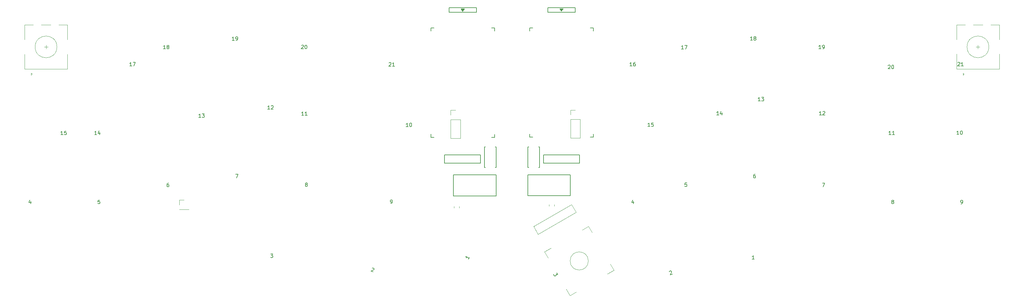
<source format=gto>
G04 #@! TF.GenerationSoftware,KiCad,Pcbnew,5.1.10*
G04 #@! TF.CreationDate,2021-05-16T00:27:37+02:00*
G04 #@! TF.ProjectId,corne-cherry,636f726e-652d-4636-9865-7272792e6b69,3.0.1*
G04 #@! TF.SameCoordinates,Original*
G04 #@! TF.FileFunction,Legend,Top*
G04 #@! TF.FilePolarity,Positive*
%FSLAX46Y46*%
G04 Gerber Fmt 4.6, Leading zero omitted, Abs format (unit mm)*
G04 Created by KiCad (PCBNEW 5.1.10) date 2021-05-16 00:27:37*
%MOMM*%
%LPD*%
G01*
G04 APERTURE LIST*
%ADD10C,0.150000*%
%ADD11C,0.120000*%
G04 APERTURE END LIST*
D10*
X271072295Y-40409219D02*
X271119914Y-40361600D01*
X271215152Y-40313980D01*
X271453247Y-40313980D01*
X271548485Y-40361600D01*
X271596104Y-40409219D01*
X271643723Y-40504457D01*
X271643723Y-40599695D01*
X271596104Y-40742552D01*
X271024676Y-41313980D01*
X271643723Y-41313980D01*
X272596104Y-41313980D02*
X272024676Y-41313980D01*
X272310390Y-41313980D02*
X272310390Y-40313980D01*
X272215152Y-40456838D01*
X272119914Y-40552076D01*
X272024676Y-40599695D01*
X251907995Y-41196619D02*
X251955614Y-41149000D01*
X252050852Y-41101380D01*
X252288947Y-41101380D01*
X252384185Y-41149000D01*
X252431804Y-41196619D01*
X252479423Y-41291857D01*
X252479423Y-41387095D01*
X252431804Y-41529952D01*
X251860376Y-42101380D01*
X252479423Y-42101380D01*
X253098471Y-41101380D02*
X253193709Y-41101380D01*
X253288947Y-41149000D01*
X253336566Y-41196619D01*
X253384185Y-41291857D01*
X253431804Y-41482333D01*
X253431804Y-41720428D01*
X253384185Y-41910904D01*
X253336566Y-42006142D01*
X253288947Y-42053761D01*
X253193709Y-42101380D01*
X253098471Y-42101380D01*
X253003233Y-42053761D01*
X252955614Y-42006142D01*
X252907995Y-41910904D01*
X252860376Y-41720428D01*
X252860376Y-41482333D01*
X252907995Y-41291857D01*
X252955614Y-41196619D01*
X253003233Y-41149000D01*
X253098471Y-41101380D01*
X233404023Y-36576880D02*
X232832595Y-36576880D01*
X233118309Y-36576880D02*
X233118309Y-35576880D01*
X233023071Y-35719738D01*
X232927833Y-35814976D01*
X232832595Y-35862595D01*
X233880214Y-36576880D02*
X234070690Y-36576880D01*
X234165928Y-36529261D01*
X234213547Y-36481642D01*
X234308785Y-36338785D01*
X234356404Y-36148309D01*
X234356404Y-35767357D01*
X234308785Y-35672119D01*
X234261166Y-35624500D01*
X234165928Y-35576880D01*
X233975452Y-35576880D01*
X233880214Y-35624500D01*
X233832595Y-35672119D01*
X233784976Y-35767357D01*
X233784976Y-36005452D01*
X233832595Y-36100690D01*
X233880214Y-36148309D01*
X233975452Y-36195928D01*
X234165928Y-36195928D01*
X234261166Y-36148309D01*
X234308785Y-36100690D01*
X234356404Y-36005452D01*
X214557223Y-34227380D02*
X213985795Y-34227380D01*
X214271509Y-34227380D02*
X214271509Y-33227380D01*
X214176271Y-33370238D01*
X214081033Y-33465476D01*
X213985795Y-33513095D01*
X215128652Y-33655952D02*
X215033414Y-33608333D01*
X214985795Y-33560714D01*
X214938176Y-33465476D01*
X214938176Y-33417857D01*
X214985795Y-33322619D01*
X215033414Y-33275000D01*
X215128652Y-33227380D01*
X215319128Y-33227380D01*
X215414366Y-33275000D01*
X215461985Y-33322619D01*
X215509604Y-33417857D01*
X215509604Y-33465476D01*
X215461985Y-33560714D01*
X215414366Y-33608333D01*
X215319128Y-33655952D01*
X215128652Y-33655952D01*
X215033414Y-33703571D01*
X214985795Y-33751190D01*
X214938176Y-33846428D01*
X214938176Y-34036904D01*
X214985795Y-34132142D01*
X215033414Y-34179761D01*
X215128652Y-34227380D01*
X215319128Y-34227380D01*
X215414366Y-34179761D01*
X215461985Y-34132142D01*
X215509604Y-34036904D01*
X215509604Y-33846428D01*
X215461985Y-33751190D01*
X215414366Y-33703571D01*
X215319128Y-33655952D01*
X195570723Y-36640380D02*
X194999295Y-36640380D01*
X195285009Y-36640380D02*
X195285009Y-35640380D01*
X195189771Y-35783238D01*
X195094533Y-35878476D01*
X194999295Y-35926095D01*
X195904057Y-35640380D02*
X196570723Y-35640380D01*
X196142152Y-36640380D01*
X181410223Y-41339380D02*
X180838795Y-41339380D01*
X181124509Y-41339380D02*
X181124509Y-40339380D01*
X181029271Y-40482238D01*
X180934033Y-40577476D01*
X180838795Y-40625095D01*
X182267366Y-40339380D02*
X182076890Y-40339380D01*
X181981652Y-40387000D01*
X181934033Y-40434619D01*
X181838795Y-40577476D01*
X181791176Y-40767952D01*
X181791176Y-41148904D01*
X181838795Y-41244142D01*
X181886414Y-41291761D01*
X181981652Y-41339380D01*
X182172128Y-41339380D01*
X182267366Y-41291761D01*
X182314985Y-41244142D01*
X182362604Y-41148904D01*
X182362604Y-40910809D01*
X182314985Y-40815571D01*
X182267366Y-40767952D01*
X182172128Y-40720333D01*
X181981652Y-40720333D01*
X181886414Y-40767952D01*
X181838795Y-40815571D01*
X181791176Y-40910809D01*
X186350523Y-58027180D02*
X185779095Y-58027180D01*
X186064809Y-58027180D02*
X186064809Y-57027180D01*
X185969571Y-57170038D01*
X185874333Y-57265276D01*
X185779095Y-57312895D01*
X187255285Y-57027180D02*
X186779095Y-57027180D01*
X186731476Y-57503371D01*
X186779095Y-57455752D01*
X186874333Y-57408133D01*
X187112428Y-57408133D01*
X187207666Y-57455752D01*
X187255285Y-57503371D01*
X187302904Y-57598609D01*
X187302904Y-57836704D01*
X187255285Y-57931942D01*
X187207666Y-57979561D01*
X187112428Y-58027180D01*
X186874333Y-58027180D01*
X186779095Y-57979561D01*
X186731476Y-57931942D01*
X205298923Y-54864880D02*
X204727495Y-54864880D01*
X205013209Y-54864880D02*
X205013209Y-53864880D01*
X204917971Y-54007738D01*
X204822733Y-54102976D01*
X204727495Y-54150595D01*
X206156066Y-54198214D02*
X206156066Y-54864880D01*
X205917971Y-53817261D02*
X205679876Y-54531547D01*
X206298923Y-54531547D01*
X216716223Y-50991380D02*
X216144795Y-50991380D01*
X216430509Y-50991380D02*
X216430509Y-49991380D01*
X216335271Y-50134238D01*
X216240033Y-50229476D01*
X216144795Y-50277095D01*
X217049557Y-49991380D02*
X217668604Y-49991380D01*
X217335271Y-50372333D01*
X217478128Y-50372333D01*
X217573366Y-50419952D01*
X217620985Y-50467571D01*
X217668604Y-50562809D01*
X217668604Y-50800904D01*
X217620985Y-50896142D01*
X217573366Y-50943761D01*
X217478128Y-50991380D01*
X217192414Y-50991380D01*
X217097176Y-50943761D01*
X217049557Y-50896142D01*
X233543723Y-54877580D02*
X232972295Y-54877580D01*
X233258009Y-54877580D02*
X233258009Y-53877580D01*
X233162771Y-54020438D01*
X233067533Y-54115676D01*
X232972295Y-54163295D01*
X233924676Y-53972819D02*
X233972295Y-53925200D01*
X234067533Y-53877580D01*
X234305628Y-53877580D01*
X234400866Y-53925200D01*
X234448485Y-53972819D01*
X234496104Y-54068057D01*
X234496104Y-54163295D01*
X234448485Y-54306152D01*
X233877057Y-54877580D01*
X234496104Y-54877580D01*
X252695323Y-60300480D02*
X252123895Y-60300480D01*
X252409609Y-60300480D02*
X252409609Y-59300480D01*
X252314371Y-59443338D01*
X252219133Y-59538576D01*
X252123895Y-59586195D01*
X253647704Y-60300480D02*
X253076276Y-60300480D01*
X253361990Y-60300480D02*
X253361990Y-59300480D01*
X253266752Y-59443338D01*
X253171514Y-59538576D01*
X253076276Y-59586195D01*
X271377023Y-60236980D02*
X270805595Y-60236980D01*
X271091309Y-60236980D02*
X271091309Y-59236980D01*
X270996071Y-59379838D01*
X270900833Y-59475076D01*
X270805595Y-59522695D01*
X271996071Y-59236980D02*
X272091309Y-59236980D01*
X272186547Y-59284600D01*
X272234166Y-59332219D01*
X272281785Y-59427457D01*
X272329404Y-59617933D01*
X272329404Y-59856028D01*
X272281785Y-60046504D01*
X272234166Y-60141742D01*
X272186547Y-60189361D01*
X272091309Y-60236980D01*
X271996071Y-60236980D01*
X271900833Y-60189361D01*
X271853214Y-60141742D01*
X271805595Y-60046504D01*
X271757976Y-59856028D01*
X271757976Y-59617933D01*
X271805595Y-59427457D01*
X271853214Y-59332219D01*
X271900833Y-59284600D01*
X271996071Y-59236980D01*
X271935823Y-79375880D02*
X272126300Y-79375880D01*
X272221538Y-79328261D01*
X272269157Y-79280642D01*
X272364395Y-79137785D01*
X272412014Y-78947309D01*
X272412014Y-78566357D01*
X272364395Y-78471119D01*
X272316776Y-78423500D01*
X272221538Y-78375880D01*
X272031061Y-78375880D01*
X271935823Y-78423500D01*
X271888204Y-78471119D01*
X271840585Y-78566357D01*
X271840585Y-78804452D01*
X271888204Y-78899690D01*
X271935823Y-78947309D01*
X272031061Y-78994928D01*
X272221538Y-78994928D01*
X272316776Y-78947309D01*
X272364395Y-78899690D01*
X272412014Y-78804452D01*
X253057261Y-78791752D02*
X252962023Y-78744133D01*
X252914404Y-78696514D01*
X252866785Y-78601276D01*
X252866785Y-78553657D01*
X252914404Y-78458419D01*
X252962023Y-78410800D01*
X253057261Y-78363180D01*
X253247738Y-78363180D01*
X253342976Y-78410800D01*
X253390595Y-78458419D01*
X253438214Y-78553657D01*
X253438214Y-78601276D01*
X253390595Y-78696514D01*
X253342976Y-78744133D01*
X253247738Y-78791752D01*
X253057261Y-78791752D01*
X252962023Y-78839371D01*
X252914404Y-78886990D01*
X252866785Y-78982228D01*
X252866785Y-79172704D01*
X252914404Y-79267942D01*
X252962023Y-79315561D01*
X253057261Y-79363180D01*
X253247738Y-79363180D01*
X253342976Y-79315561D01*
X253390595Y-79267942D01*
X253438214Y-79172704D01*
X253438214Y-78982228D01*
X253390595Y-78886990D01*
X253342976Y-78839371D01*
X253247738Y-78791752D01*
X233794566Y-73664180D02*
X234461233Y-73664180D01*
X234032661Y-74664180D01*
X215306476Y-71238480D02*
X215116000Y-71238480D01*
X215020761Y-71286100D01*
X214973142Y-71333719D01*
X214877904Y-71476576D01*
X214830285Y-71667052D01*
X214830285Y-72048004D01*
X214877904Y-72143242D01*
X214925523Y-72190861D01*
X215020761Y-72238480D01*
X215211238Y-72238480D01*
X215306476Y-72190861D01*
X215354095Y-72143242D01*
X215401714Y-72048004D01*
X215401714Y-71809909D01*
X215354095Y-71714671D01*
X215306476Y-71667052D01*
X215211238Y-71619433D01*
X215020761Y-71619433D01*
X214925523Y-71667052D01*
X214877904Y-71714671D01*
X214830285Y-71809909D01*
X196456495Y-73600680D02*
X195980304Y-73600680D01*
X195932685Y-74076871D01*
X195980304Y-74029252D01*
X196075542Y-73981633D01*
X196313638Y-73981633D01*
X196408876Y-74029252D01*
X196456495Y-74076871D01*
X196504114Y-74172109D01*
X196504114Y-74410204D01*
X196456495Y-74505442D01*
X196408876Y-74553061D01*
X196313638Y-74600680D01*
X196075542Y-74600680D01*
X195980304Y-74553061D01*
X195932685Y-74505442D01*
X181803876Y-78671114D02*
X181803876Y-79337780D01*
X181565780Y-78290161D02*
X181327685Y-79004447D01*
X181946733Y-79004447D01*
X160661185Y-98363515D02*
X160970709Y-98899626D01*
X160474128Y-98801427D01*
X160545556Y-98925145D01*
X160551936Y-99031433D01*
X160534506Y-99096482D01*
X160475837Y-99185340D01*
X160269640Y-99304388D01*
X160163352Y-99310767D01*
X160098304Y-99293338D01*
X160009445Y-99234669D01*
X159866588Y-98987233D01*
X159860208Y-98880945D01*
X159877638Y-98815896D01*
X191667692Y-98128720D02*
X191696153Y-98067687D01*
X191769361Y-97990366D01*
X191993097Y-97908933D01*
X192098878Y-97921106D01*
X192159912Y-97949567D01*
X192237233Y-98022775D01*
X192269806Y-98112269D01*
X192273919Y-98262798D01*
X191932392Y-98995205D01*
X192514107Y-98783479D01*
X215058814Y-94679380D02*
X214487385Y-94679380D01*
X214773100Y-94679380D02*
X214773100Y-93679380D01*
X214677861Y-93822238D01*
X214582623Y-93917476D01*
X214487385Y-93965095D01*
X114506695Y-40460019D02*
X114554314Y-40412400D01*
X114649552Y-40364780D01*
X114887647Y-40364780D01*
X114982885Y-40412400D01*
X115030504Y-40460019D01*
X115078123Y-40555257D01*
X115078123Y-40650495D01*
X115030504Y-40793352D01*
X114459076Y-41364780D01*
X115078123Y-41364780D01*
X116030504Y-41364780D02*
X115459076Y-41364780D01*
X115744790Y-41364780D02*
X115744790Y-40364780D01*
X115649552Y-40507638D01*
X115554314Y-40602876D01*
X115459076Y-40650495D01*
X90414795Y-35672119D02*
X90462414Y-35624500D01*
X90557652Y-35576880D01*
X90795747Y-35576880D01*
X90890985Y-35624500D01*
X90938604Y-35672119D01*
X90986223Y-35767357D01*
X90986223Y-35862595D01*
X90938604Y-36005452D01*
X90367176Y-36576880D01*
X90986223Y-36576880D01*
X91605271Y-35576880D02*
X91700509Y-35576880D01*
X91795747Y-35624500D01*
X91843366Y-35672119D01*
X91890985Y-35767357D01*
X91938604Y-35957833D01*
X91938604Y-36195928D01*
X91890985Y-36386404D01*
X91843366Y-36481642D01*
X91795747Y-36529261D01*
X91700509Y-36576880D01*
X91605271Y-36576880D01*
X91510033Y-36529261D01*
X91462414Y-36481642D01*
X91414795Y-36386404D01*
X91367176Y-36195928D01*
X91367176Y-35957833D01*
X91414795Y-35767357D01*
X91462414Y-35672119D01*
X91510033Y-35624500D01*
X91605271Y-35576880D01*
X71910823Y-34252780D02*
X71339395Y-34252780D01*
X71625109Y-34252780D02*
X71625109Y-33252780D01*
X71529871Y-33395638D01*
X71434633Y-33490876D01*
X71339395Y-33538495D01*
X72387014Y-34252780D02*
X72577490Y-34252780D01*
X72672728Y-34205161D01*
X72720347Y-34157542D01*
X72815585Y-34014685D01*
X72863204Y-33824209D01*
X72863204Y-33443257D01*
X72815585Y-33348019D01*
X72767966Y-33300400D01*
X72672728Y-33252780D01*
X72482252Y-33252780D01*
X72387014Y-33300400D01*
X72339395Y-33348019D01*
X72291776Y-33443257D01*
X72291776Y-33681352D01*
X72339395Y-33776590D01*
X72387014Y-33824209D01*
X72482252Y-33871828D01*
X72672728Y-33871828D01*
X72767966Y-33824209D01*
X72815585Y-33776590D01*
X72863204Y-33681352D01*
X53000523Y-36614980D02*
X52429095Y-36614980D01*
X52714809Y-36614980D02*
X52714809Y-35614980D01*
X52619571Y-35757838D01*
X52524333Y-35853076D01*
X52429095Y-35900695D01*
X53571952Y-36043552D02*
X53476714Y-35995933D01*
X53429095Y-35948314D01*
X53381476Y-35853076D01*
X53381476Y-35805457D01*
X53429095Y-35710219D01*
X53476714Y-35662600D01*
X53571952Y-35614980D01*
X53762428Y-35614980D01*
X53857666Y-35662600D01*
X53905285Y-35710219D01*
X53952904Y-35805457D01*
X53952904Y-35853076D01*
X53905285Y-35948314D01*
X53857666Y-35995933D01*
X53762428Y-36043552D01*
X53571952Y-36043552D01*
X53476714Y-36091171D01*
X53429095Y-36138790D01*
X53381476Y-36234028D01*
X53381476Y-36424504D01*
X53429095Y-36519742D01*
X53476714Y-36567361D01*
X53571952Y-36614980D01*
X53762428Y-36614980D01*
X53857666Y-36567361D01*
X53905285Y-36519742D01*
X53952904Y-36424504D01*
X53952904Y-36234028D01*
X53905285Y-36138790D01*
X53857666Y-36091171D01*
X53762428Y-36043552D01*
X43729523Y-41313980D02*
X43158095Y-41313980D01*
X43443809Y-41313980D02*
X43443809Y-40313980D01*
X43348571Y-40456838D01*
X43253333Y-40552076D01*
X43158095Y-40599695D01*
X44062857Y-40313980D02*
X44729523Y-40313980D01*
X44300952Y-41313980D01*
X24755723Y-60313180D02*
X24184295Y-60313180D01*
X24470009Y-60313180D02*
X24470009Y-59313180D01*
X24374771Y-59456038D01*
X24279533Y-59551276D01*
X24184295Y-59598895D01*
X25660485Y-59313180D02*
X25184295Y-59313180D01*
X25136676Y-59789371D01*
X25184295Y-59741752D01*
X25279533Y-59694133D01*
X25517628Y-59694133D01*
X25612866Y-59741752D01*
X25660485Y-59789371D01*
X25708104Y-59884609D01*
X25708104Y-60122704D01*
X25660485Y-60217942D01*
X25612866Y-60265561D01*
X25517628Y-60313180D01*
X25279533Y-60313180D01*
X25184295Y-60265561D01*
X25136676Y-60217942D01*
X34052123Y-60262380D02*
X33480695Y-60262380D01*
X33766409Y-60262380D02*
X33766409Y-59262380D01*
X33671171Y-59405238D01*
X33575933Y-59500476D01*
X33480695Y-59548095D01*
X34909266Y-59595714D02*
X34909266Y-60262380D01*
X34671171Y-59214761D02*
X34433076Y-59929047D01*
X35052123Y-59929047D01*
X62741423Y-55525280D02*
X62169995Y-55525280D01*
X62455709Y-55525280D02*
X62455709Y-54525280D01*
X62360471Y-54668138D01*
X62265233Y-54763376D01*
X62169995Y-54810995D01*
X63074757Y-54525280D02*
X63693804Y-54525280D01*
X63360471Y-54906233D01*
X63503328Y-54906233D01*
X63598566Y-54953852D01*
X63646185Y-55001471D01*
X63693804Y-55096709D01*
X63693804Y-55334804D01*
X63646185Y-55430042D01*
X63598566Y-55477661D01*
X63503328Y-55525280D01*
X63217614Y-55525280D01*
X63122376Y-55477661D01*
X63074757Y-55430042D01*
X81702523Y-53277380D02*
X81131095Y-53277380D01*
X81416809Y-53277380D02*
X81416809Y-52277380D01*
X81321571Y-52420238D01*
X81226333Y-52515476D01*
X81131095Y-52563095D01*
X82083476Y-52372619D02*
X82131095Y-52325000D01*
X82226333Y-52277380D01*
X82464428Y-52277380D01*
X82559666Y-52325000D01*
X82607285Y-52372619D01*
X82654904Y-52467857D01*
X82654904Y-52563095D01*
X82607285Y-52705952D01*
X82035857Y-53277380D01*
X82654904Y-53277380D01*
X91024323Y-54966480D02*
X90452895Y-54966480D01*
X90738609Y-54966480D02*
X90738609Y-53966480D01*
X90643371Y-54109338D01*
X90548133Y-54204576D01*
X90452895Y-54252195D01*
X91976704Y-54966480D02*
X91405276Y-54966480D01*
X91690990Y-54966480D02*
X91690990Y-53966480D01*
X91595752Y-54109338D01*
X91500514Y-54204576D01*
X91405276Y-54252195D01*
X119802523Y-58077980D02*
X119231095Y-58077980D01*
X119516809Y-58077980D02*
X119516809Y-57077980D01*
X119421571Y-57220838D01*
X119326333Y-57316076D01*
X119231095Y-57363695D01*
X120421571Y-57077980D02*
X120516809Y-57077980D01*
X120612047Y-57125600D01*
X120659666Y-57173219D01*
X120707285Y-57268457D01*
X120754904Y-57458933D01*
X120754904Y-57697028D01*
X120707285Y-57887504D01*
X120659666Y-57982742D01*
X120612047Y-58030361D01*
X120516809Y-58077980D01*
X120421571Y-58077980D01*
X120326333Y-58030361D01*
X120278714Y-57982742D01*
X120231095Y-57887504D01*
X120183476Y-57697028D01*
X120183476Y-57458933D01*
X120231095Y-57268457D01*
X120278714Y-57173219D01*
X120326333Y-57125600D01*
X120421571Y-57077980D01*
X114951123Y-79274280D02*
X115141600Y-79274280D01*
X115236838Y-79226661D01*
X115284457Y-79179042D01*
X115379695Y-79036185D01*
X115427314Y-78845709D01*
X115427314Y-78464757D01*
X115379695Y-78369519D01*
X115332076Y-78321900D01*
X115236838Y-78274280D01*
X115046361Y-78274280D01*
X114951123Y-78321900D01*
X114903504Y-78369519D01*
X114855885Y-78464757D01*
X114855885Y-78702852D01*
X114903504Y-78798090D01*
X114951123Y-78845709D01*
X115046361Y-78893328D01*
X115236838Y-78893328D01*
X115332076Y-78845709D01*
X115379695Y-78798090D01*
X115427314Y-78702852D01*
X91678361Y-74016552D02*
X91583123Y-73968933D01*
X91535504Y-73921314D01*
X91487885Y-73826076D01*
X91487885Y-73778457D01*
X91535504Y-73683219D01*
X91583123Y-73635600D01*
X91678361Y-73587980D01*
X91868838Y-73587980D01*
X91964076Y-73635600D01*
X92011695Y-73683219D01*
X92059314Y-73778457D01*
X92059314Y-73826076D01*
X92011695Y-73921314D01*
X91964076Y-73968933D01*
X91868838Y-74016552D01*
X91678361Y-74016552D01*
X91583123Y-74064171D01*
X91535504Y-74111790D01*
X91487885Y-74207028D01*
X91487885Y-74397504D01*
X91535504Y-74492742D01*
X91583123Y-74540361D01*
X91678361Y-74587980D01*
X91868838Y-74587980D01*
X91964076Y-74540361D01*
X92011695Y-74492742D01*
X92059314Y-74397504D01*
X92059314Y-74207028D01*
X92011695Y-74111790D01*
X91964076Y-74064171D01*
X91868838Y-74016552D01*
X136669330Y-94180354D02*
X136383616Y-94675226D01*
X136526473Y-94427790D02*
X135660447Y-93927790D01*
X135736546Y-94081697D01*
X135771406Y-94211795D01*
X135765026Y-94318083D01*
X109884339Y-97120480D02*
X109945373Y-97092020D01*
X110051154Y-97079846D01*
X110274891Y-97161279D01*
X110348099Y-97238600D01*
X110376559Y-97299634D01*
X110388733Y-97405415D01*
X110356160Y-97494910D01*
X110262553Y-97612865D01*
X109530145Y-97954392D01*
X110111860Y-98166119D01*
X81902566Y-93234880D02*
X82521614Y-93234880D01*
X82188280Y-93615833D01*
X82331138Y-93615833D01*
X82426376Y-93663452D01*
X82473995Y-93711071D01*
X82521614Y-93806309D01*
X82521614Y-94044404D01*
X82473995Y-94139642D01*
X82426376Y-94187261D01*
X82331138Y-94234880D01*
X82045423Y-94234880D01*
X81950185Y-94187261D01*
X81902566Y-94139642D01*
X15903776Y-78671114D02*
X15903776Y-79337780D01*
X15665680Y-78290161D02*
X15427585Y-79004447D01*
X16046633Y-79004447D01*
X34887095Y-78363180D02*
X34410904Y-78363180D01*
X34363285Y-78839371D01*
X34410904Y-78791752D01*
X34506142Y-78744133D01*
X34744238Y-78744133D01*
X34839476Y-78791752D01*
X34887095Y-78839371D01*
X34934714Y-78934609D01*
X34934714Y-79172704D01*
X34887095Y-79267942D01*
X34839476Y-79315561D01*
X34744238Y-79363180D01*
X34506142Y-79363180D01*
X34410904Y-79315561D01*
X34363285Y-79267942D01*
X72301366Y-71238480D02*
X72968033Y-71238480D01*
X72539461Y-72238480D01*
X53864076Y-73676880D02*
X53673600Y-73676880D01*
X53578361Y-73724500D01*
X53530742Y-73772119D01*
X53435504Y-73914976D01*
X53387885Y-74105452D01*
X53387885Y-74486404D01*
X53435504Y-74581642D01*
X53483123Y-74629261D01*
X53578361Y-74676880D01*
X53768838Y-74676880D01*
X53864076Y-74629261D01*
X53911695Y-74581642D01*
X53959314Y-74486404D01*
X53959314Y-74248309D01*
X53911695Y-74153071D01*
X53864076Y-74105452D01*
X53768838Y-74057833D01*
X53578361Y-74057833D01*
X53483123Y-74105452D01*
X53435504Y-74153071D01*
X53387885Y-74248309D01*
D11*
X164302322Y-104712178D02*
X163302322Y-102980127D01*
X166034373Y-103712178D02*
X164302322Y-104712178D01*
X164302322Y-104712178D02*
X166034373Y-103712178D01*
X157302322Y-92587822D02*
X158302322Y-94319873D01*
X159034373Y-91587822D02*
X157302322Y-92587822D01*
X157302322Y-92587822D02*
X159034373Y-91587822D01*
X176426678Y-97712178D02*
X174694627Y-98712178D01*
X175426678Y-95980127D02*
X176426678Y-97712178D01*
X175926678Y-96846152D02*
X175426678Y-95980127D01*
X176426678Y-97712178D02*
X175926678Y-96846152D01*
X169426678Y-85587822D02*
X167694627Y-86587822D01*
X169426678Y-85587822D02*
X170426678Y-87319873D01*
X169364500Y-95150000D02*
G75*
G03*
X169364500Y-95150000I-2500000J0D01*
G01*
X154479950Y-85499330D02*
X164785652Y-79549330D01*
X164785652Y-79549330D02*
X166035652Y-81714394D01*
X166035652Y-81714394D02*
X155556745Y-87764394D01*
X155556745Y-87764394D02*
X154306745Y-85599330D01*
X154306745Y-85599330D02*
X154479950Y-85499330D01*
X158564500Y-79545436D02*
X158564500Y-79999564D01*
X160034500Y-79545436D02*
X160034500Y-79999564D01*
X132402500Y-80053436D02*
X132402500Y-80507564D01*
X133872500Y-80053436D02*
X133872500Y-80507564D01*
X279614500Y-36055000D02*
G75*
G03*
X279614500Y-36055000I-3000000J0D01*
G01*
X270714500Y-34055000D02*
X270714500Y-29955000D01*
X282514500Y-29955000D02*
X282514500Y-34055000D01*
X282514500Y-38055000D02*
X282514500Y-42155000D01*
X270714500Y-38055000D02*
X270714500Y-42155000D01*
X270714500Y-42155000D02*
X282514500Y-42155000D01*
X272814500Y-43555000D02*
X272514500Y-43855000D01*
X272514500Y-43855000D02*
X272514500Y-43255000D01*
X272514500Y-43255000D02*
X272814500Y-43555000D01*
X270714500Y-29955000D02*
X273114500Y-29955000D01*
X275314500Y-29955000D02*
X277914500Y-29955000D01*
X280114500Y-29955000D02*
X282514500Y-29955000D01*
X276114500Y-36055000D02*
X277114500Y-36055000D01*
X276614500Y-36555000D02*
X276614500Y-35555000D01*
X23107500Y-36060000D02*
G75*
G03*
X23107500Y-36060000I-3000000J0D01*
G01*
X14207500Y-34060000D02*
X14207500Y-29960000D01*
X26007500Y-29960000D02*
X26007500Y-34060000D01*
X26007500Y-38060000D02*
X26007500Y-42160000D01*
X14207500Y-38060000D02*
X14207500Y-42160000D01*
X14207500Y-42160000D02*
X26007500Y-42160000D01*
X16307500Y-43560000D02*
X16007500Y-43860000D01*
X16007500Y-43860000D02*
X16007500Y-43260000D01*
X16007500Y-43260000D02*
X16307500Y-43560000D01*
X14207500Y-29960000D02*
X16607500Y-29960000D01*
X18807500Y-29960000D02*
X21407500Y-29960000D01*
X23607500Y-29960000D02*
X26007500Y-29960000D01*
X19607500Y-36060000D02*
X20607500Y-36060000D01*
X20107500Y-36560000D02*
X20107500Y-35560000D01*
X56777500Y-78300000D02*
X58107500Y-78300000D01*
X56777500Y-79630000D02*
X56777500Y-78300000D01*
X56777500Y-80900000D02*
X59437500Y-80900000D01*
X59437500Y-80900000D02*
X59437500Y-80960000D01*
X56777500Y-80900000D02*
X56777500Y-80960000D01*
X56777500Y-80960000D02*
X59437500Y-80960000D01*
D10*
X161837500Y-25990000D02*
X162137500Y-25990000D01*
X161737500Y-25840000D02*
X162237500Y-25840000D01*
X161637500Y-25690000D02*
X162337500Y-25690000D01*
X161987500Y-26190000D02*
X161487500Y-25540000D01*
X162487500Y-25540000D02*
X161987500Y-26190000D01*
X161487500Y-25540000D02*
X162487500Y-25540000D01*
X165737500Y-25190000D02*
X158237500Y-25190000D01*
X165737500Y-26490000D02*
X165737500Y-25190000D01*
X158237500Y-26490000D02*
X165737500Y-26490000D01*
X158237500Y-25190000D02*
X158237500Y-26490000D01*
X153237500Y-30790000D02*
X153237500Y-31640000D01*
X170737500Y-30790000D02*
X170737500Y-31640000D01*
X153237500Y-30790000D02*
X154087500Y-30790000D01*
X170737500Y-30790000D02*
X169937500Y-30790000D01*
X153237500Y-60090000D02*
X153237500Y-60990000D01*
X170737500Y-60140000D02*
X170737500Y-60990000D01*
X153237500Y-60990000D02*
X154087500Y-60990000D01*
X170737500Y-60990000D02*
X169877500Y-60990000D01*
D11*
X164467500Y-53470000D02*
X165797500Y-53470000D01*
X164467500Y-54800000D02*
X164467500Y-53470000D01*
X164467500Y-56070000D02*
X167127500Y-56070000D01*
X167127500Y-56070000D02*
X167127500Y-61210000D01*
X164467500Y-56070000D02*
X164467500Y-61210000D01*
X164467500Y-61210000D02*
X167127500Y-61210000D01*
X131507500Y-53530000D02*
X132837500Y-53530000D01*
X131507500Y-54860000D02*
X131507500Y-53530000D01*
X131507500Y-56130000D02*
X134167500Y-56130000D01*
X134167500Y-56130000D02*
X134167500Y-61270000D01*
X131507500Y-56130000D02*
X131507500Y-61270000D01*
X131507500Y-61270000D02*
X134167500Y-61270000D01*
D10*
X134662500Y-26020000D02*
X134962500Y-26020000D01*
X134562500Y-25870000D02*
X135062500Y-25870000D01*
X134462500Y-25720000D02*
X135162500Y-25720000D01*
X134812500Y-26220000D02*
X134312500Y-25570000D01*
X135312500Y-25570000D02*
X134812500Y-26220000D01*
X134312500Y-25570000D02*
X135312500Y-25570000D01*
X138562500Y-25220000D02*
X131062500Y-25220000D01*
X138562500Y-26520000D02*
X138562500Y-25220000D01*
X131062500Y-26520000D02*
X138562500Y-26520000D01*
X131062500Y-25220000D02*
X131062500Y-26520000D01*
X126062500Y-30820000D02*
X126062500Y-31670000D01*
X143562500Y-30820000D02*
X143562500Y-31670000D01*
X126062500Y-30820000D02*
X126912500Y-30820000D01*
X143562500Y-30820000D02*
X142762500Y-30820000D01*
X126062500Y-60120000D02*
X126062500Y-61020000D01*
X143562500Y-60170000D02*
X143562500Y-61020000D01*
X126062500Y-61020000D02*
X126912500Y-61020000D01*
X143562500Y-61020000D02*
X142702500Y-61020000D01*
X152704500Y-63672000D02*
X152704500Y-69372000D01*
X152704500Y-69372000D02*
X152954500Y-69372000D01*
X152704500Y-63672000D02*
X152954500Y-63672000D01*
X155904500Y-63672000D02*
X155654500Y-63672000D01*
X155904500Y-63672000D02*
X155904500Y-69372000D01*
X155904500Y-69372000D02*
X155654500Y-69372000D01*
X140824500Y-63681000D02*
X140824500Y-69381000D01*
X140824500Y-69381000D02*
X141074500Y-69381000D01*
X140824500Y-63681000D02*
X141074500Y-63681000D01*
X144024500Y-63681000D02*
X143774500Y-63681000D01*
X144024500Y-63681000D02*
X144024500Y-69381000D01*
X144024500Y-69381000D02*
X143774500Y-69381000D01*
X157027500Y-68170000D02*
X166927500Y-68170000D01*
X157027500Y-65870000D02*
X166927500Y-65870000D01*
X166927500Y-65870000D02*
X166927500Y-68170000D01*
X157027500Y-68170000D02*
X157027500Y-65870000D01*
X129798500Y-68178000D02*
X139698500Y-68178000D01*
X129798500Y-65878000D02*
X139698500Y-65878000D01*
X139698500Y-65878000D02*
X139698500Y-68178000D01*
X129798500Y-68178000D02*
X129798500Y-65878000D01*
X152687500Y-77170000D02*
X152687500Y-71370000D01*
X152687500Y-71370000D02*
X164437500Y-71370000D01*
X164437500Y-71370000D02*
X164437500Y-77170000D01*
X164437500Y-77170000D02*
X152687500Y-77170000D01*
X143984500Y-71392000D02*
X143984500Y-77192000D01*
X143984500Y-77192000D02*
X132234500Y-77192000D01*
X132234500Y-77192000D02*
X132234500Y-71392000D01*
X132234500Y-71392000D02*
X143984500Y-71392000D01*
M02*

</source>
